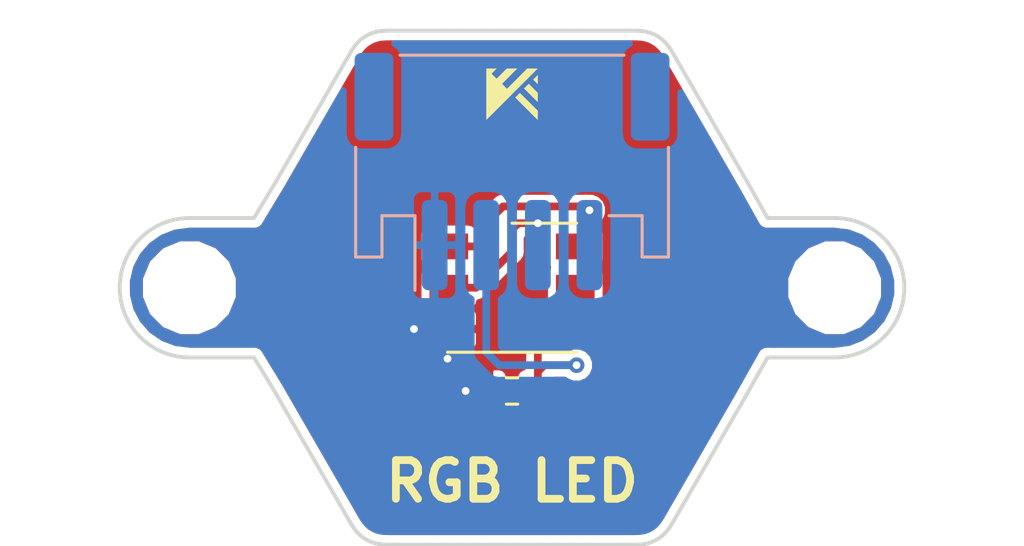
<source format=kicad_pcb>
(kicad_pcb (version 20171130) (host pcbnew 5.0.2-5.fc29)

  (general
    (thickness 1.6)
    (drawings 223)
    (tracks 33)
    (zones 0)
    (modules 6)
    (nets 7)
  )

  (page A4)
  (layers
    (0 F.Cu signal)
    (31 B.Cu signal)
    (32 B.Adhes user)
    (33 F.Adhes user)
    (34 B.Paste user)
    (35 F.Paste user)
    (36 B.SilkS user)
    (37 F.SilkS user)
    (38 B.Mask user)
    (39 F.Mask user)
    (40 Dwgs.User user)
    (41 Cmts.User user)
    (42 Eco1.User user)
    (43 Eco2.User user)
    (44 Edge.Cuts user)
    (45 Margin user)
    (46 B.CrtYd user)
    (47 F.CrtYd user)
    (48 B.Fab user)
    (49 F.Fab user)
  )

  (setup
    (last_trace_width 0.25)
    (user_trace_width 0.2)
    (user_trace_width 0.25)
    (user_trace_width 0.3)
    (user_trace_width 0.4)
    (trace_clearance 0.2)
    (zone_clearance 0.3)
    (zone_45_only no)
    (trace_min 0.2)
    (segment_width 0.2)
    (edge_width 0.15)
    (via_size 0.6)
    (via_drill 0.3)
    (via_min_size 0.6)
    (via_min_drill 0.3)
    (user_via 0.6 0.3)
    (uvia_size 0.3)
    (uvia_drill 0.1)
    (uvias_allowed no)
    (uvia_min_size 0.2)
    (uvia_min_drill 0.1)
    (pcb_text_width 0.3)
    (pcb_text_size 1.5 1.5)
    (mod_edge_width 0.15)
    (mod_text_size 1 1)
    (mod_text_width 0.15)
    (pad_size 1.524 1.524)
    (pad_drill 0.762)
    (pad_to_mask_clearance 0.2)
    (solder_mask_min_width 0.25)
    (aux_axis_origin 0 0)
    (visible_elements 7FFFFFFF)
    (pcbplotparams
      (layerselection 0x01000_7ffffffe)
      (usegerberextensions false)
      (usegerberattributes false)
      (usegerberadvancedattributes false)
      (creategerberjobfile false)
      (excludeedgelayer true)
      (linewidth 0.100000)
      (plotframeref false)
      (viasonmask false)
      (mode 1)
      (useauxorigin false)
      (hpglpennumber 1)
      (hpglpenspeed 20)
      (hpglpendiameter 15.000000)
      (psnegative false)
      (psa4output false)
      (plotreference true)
      (plotvalue true)
      (plotinvisibletext false)
      (padsonsilk false)
      (subtractmaskfromsilk false)
      (outputformat 3)
      (mirror false)
      (drillshape 0)
      (scaleselection 1)
      (outputdirectory "./"))
  )

  (net 0 "")
  (net 1 GND)
  (net 2 VCC)
  (net 3 "Net-(LED1-Pad5)")
  (net 4 "Net-(LED1-Pad6)")
  (net 5 "Net-(J1-Pad3)")
  (net 6 "Net-(J1-Pad4)")

  (net_class Default "This is the default net class."
    (clearance 0.2)
    (trace_width 0.25)
    (via_dia 0.6)
    (via_drill 0.3)
    (uvia_dia 0.3)
    (uvia_drill 0.1)
    (add_net GND)
    (add_net "Net-(J1-Pad3)")
    (add_net "Net-(J1-Pad4)")
    (add_net "Net-(LED1-Pad5)")
    (add_net "Net-(LED1-Pad6)")
    (add_net VCC)
  )

  (module MountingHole:MountingHole_3mm (layer F.Cu) (tedit 5C749101) (tstamp 5C74F512)
    (at 124 100)
    (descr "Mounting Hole 3mm, no annular")
    (tags "mounting hole 3mm no annular")
    (attr virtual)
    (fp_text reference REF** (at 0 -4) (layer F.SilkS) hide
      (effects (font (size 1 1) (thickness 0.15)))
    )
    (fp_text value MountingHole_3mm (at 0 4) (layer F.Fab)
      (effects (font (size 1 1) (thickness 0.15)))
    )
    (fp_text user %R (at 0.3 0) (layer F.Fab)
      (effects (font (size 1 1) (thickness 0.15)))
    )
    (fp_circle (center 0 0) (end 3 0) (layer Cmts.User) (width 0.15))
    (fp_circle (center 0 0) (end 3.25 0) (layer F.CrtYd) (width 0.05))
    (pad 1 np_thru_hole circle (at 0 0) (size 3 3) (drill 3) (layers *.Cu *.Mask))
  )

  (module Connector_JST:JST_PH_S4B-PH-SM4-TB_1x04-1MP_P2.00mm_Horizontal (layer B.Cu) (tedit 5C749113) (tstamp 5C74EBF8)
    (at 136.5 95.5)
    (descr "JST PH series connector, S4B-PH-SM4-TB (http://www.jst-mfg.com/product/pdf/eng/ePH.pdf), generated with kicad-footprint-generator")
    (tags "connector JST PH top entry")
    (path /5AC755DE)
    (attr smd)
    (fp_text reference J1 (at 0 5.8) (layer B.SilkS) hide
      (effects (font (size 1 1) (thickness 0.15)) (justify mirror))
    )
    (fp_text value Conn_01x04 (at 0 -5.8) (layer B.Fab)
      (effects (font (size 1 1) (thickness 0.15)) (justify mirror))
    )
    (fp_line (start -5.95 3.2) (end -5.15 3.2) (layer B.Fab) (width 0.1))
    (fp_line (start -5.15 3.2) (end -5.15 1.6) (layer B.Fab) (width 0.1))
    (fp_line (start -5.15 1.6) (end 5.15 1.6) (layer B.Fab) (width 0.1))
    (fp_line (start 5.15 1.6) (end 5.15 3.2) (layer B.Fab) (width 0.1))
    (fp_line (start 5.15 3.2) (end 5.95 3.2) (layer B.Fab) (width 0.1))
    (fp_line (start -6.06 -0.94) (end -6.06 3.31) (layer B.SilkS) (width 0.12))
    (fp_line (start -6.06 3.31) (end -5.04 3.31) (layer B.SilkS) (width 0.12))
    (fp_line (start -5.04 3.31) (end -5.04 1.71) (layer B.SilkS) (width 0.12))
    (fp_line (start -5.04 1.71) (end -3.76 1.71) (layer B.SilkS) (width 0.12))
    (fp_line (start -3.76 1.71) (end -3.76 4.6) (layer B.SilkS) (width 0.12))
    (fp_line (start 6.06 -0.94) (end 6.06 3.31) (layer B.SilkS) (width 0.12))
    (fp_line (start 6.06 3.31) (end 5.04 3.31) (layer B.SilkS) (width 0.12))
    (fp_line (start 5.04 3.31) (end 5.04 1.71) (layer B.SilkS) (width 0.12))
    (fp_line (start 5.04 1.71) (end 3.76 1.71) (layer B.SilkS) (width 0.12))
    (fp_line (start -4.34 -4.51) (end 4.34 -4.51) (layer B.SilkS) (width 0.12))
    (fp_line (start -5.95 -4.4) (end 5.95 -4.4) (layer B.Fab) (width 0.1))
    (fp_line (start -5.95 3.2) (end -5.95 -4.4) (layer B.Fab) (width 0.1))
    (fp_line (start 5.95 3.2) (end 5.95 -4.4) (layer B.Fab) (width 0.1))
    (fp_line (start -6.6 5.1) (end -6.6 -5.1) (layer B.CrtYd) (width 0.05))
    (fp_line (start -6.6 -5.1) (end 6.6 -5.1) (layer B.CrtYd) (width 0.05))
    (fp_line (start 6.6 -5.1) (end 6.6 5.1) (layer B.CrtYd) (width 0.05))
    (fp_line (start 6.6 5.1) (end -6.6 5.1) (layer B.CrtYd) (width 0.05))
    (fp_line (start -3.5 1.6) (end -3 0.892893) (layer B.Fab) (width 0.1))
    (fp_line (start -3 0.892893) (end -2.5 1.6) (layer B.Fab) (width 0.1))
    (fp_text user %R (at 0 -1.5) (layer B.Fab) hide
      (effects (font (size 1 1) (thickness 0.15)) (justify mirror))
    )
    (pad 1 smd roundrect (at -3 2.85) (size 1 3.5) (layers B.Cu B.Paste B.Mask) (roundrect_rratio 0.25)
      (net 1 GND))
    (pad 2 smd roundrect (at -1 2.85) (size 1 3.5) (layers B.Cu B.Paste B.Mask) (roundrect_rratio 0.25)
      (net 2 VCC))
    (pad 3 smd roundrect (at 1 2.85) (size 1 3.5) (layers B.Cu B.Paste B.Mask) (roundrect_rratio 0.25)
      (net 5 "Net-(J1-Pad3)"))
    (pad 4 smd roundrect (at 3 2.85) (size 1 3.5) (layers B.Cu B.Paste B.Mask) (roundrect_rratio 0.25)
      (net 6 "Net-(J1-Pad4)"))
    (pad MP smd roundrect (at -5.35 -2.9) (size 1.5 3.4) (layers B.Cu B.Paste B.Mask) (roundrect_rratio 0.166667))
    (pad MP smd roundrect (at 5.35 -2.9) (size 1.5 3.4) (layers B.Cu B.Paste B.Mask) (roundrect_rratio 0.166667))
    (model ${KISYS3DMOD}/Connector_JST.3dshapes/JST_PH_S4B-PH-SM4-TB_1x04-1MP_P2.00mm_Horizontal.wrl
      (at (xyz 0 0 0))
      (scale (xyz 1 1 1))
      (rotate (xyz 0 0 0))
    )
  )

  (module GiraffeTech-LED:SK9822 (layer F.Cu) (tedit 5AC74190) (tstamp 5AC80D62)
    (at 136.5 100 180)
    (path /5AC745AA)
    (fp_text reference LED1 (at 0 4 180) (layer F.SilkS) hide
      (effects (font (size 1 1) (thickness 0.15)))
    )
    (fp_text value SK9822 (at 0 -4 180) (layer F.Fab)
      (effects (font (size 1 1) (thickness 0.15)))
    )
    (fp_line (start -2.5 2.5) (end 0 2.5) (layer F.SilkS) (width 0.12))
    (fp_line (start -2.5 -2.5) (end 2.5 -2.5) (layer F.SilkS) (width 0.12))
    (fp_line (start -3.5 3) (end -3.5 -3) (layer F.CrtYd) (width 0.05))
    (fp_line (start 3.5 3) (end -3.5 3) (layer F.CrtYd) (width 0.05))
    (fp_line (start 3.5 -3) (end 3.5 3) (layer F.CrtYd) (width 0.05))
    (fp_line (start -3.5 -3) (end 3.5 -3) (layer F.CrtYd) (width 0.05))
    (fp_line (start -2.5 2.5) (end -2.5 -2.5) (layer F.Fab) (width 0.1))
    (fp_line (start 1 2.5) (end -2.5 2.5) (layer F.Fab) (width 0.1))
    (fp_line (start 2.5 0.5) (end 1 2.5) (layer F.Fab) (width 0.1))
    (fp_line (start 2.5 -2.5) (end 2.5 0.5) (layer F.Fab) (width 0.1))
    (fp_line (start -2.5 -2.5) (end 2.5 -2.5) (layer F.Fab) (width 0.1))
    (pad 4 smd rect (at -2.45 -1.6 180) (size 1.5 1) (layers F.Cu F.Paste F.Mask)
      (net 2 VCC))
    (pad 5 smd rect (at -2.45 0 180) (size 1.5 1) (layers F.Cu F.Paste F.Mask)
      (net 3 "Net-(LED1-Pad5)"))
    (pad 6 smd rect (at -2.45 1.6 180) (size 1.5 1) (layers F.Cu F.Paste F.Mask)
      (net 4 "Net-(LED1-Pad6)"))
    (pad 3 smd rect (at 2.45 -1.6 180) (size 1.5 1) (layers F.Cu F.Paste F.Mask)
      (net 1 GND))
    (pad 1 smd rect (at 2.45 1.6 180) (size 1.5 1) (layers F.Cu F.Paste F.Mask)
      (net 6 "Net-(J1-Pad4)"))
    (pad 2 smd rect (at 2.45 0 180) (size 1.5 1) (layers F.Cu F.Paste F.Mask)
      (net 5 "Net-(J1-Pad3)"))
  )

  (module Capacitor_SMD:C_0603_1608Metric (layer F.Cu) (tedit 5AC73ECA) (tstamp 5AC80DA4)
    (at 136.5 104 180)
    (descr "Capacitor SMD 0603 (1608 Metric), square (rectangular) end terminal, IPC_7351 nominal, (Body size source: http://www.tortai-tech.com/upload/download/2011102023233369053.pdf), generated with kicad-footprint-generator")
    (tags capacitor)
    (path /5AC754E1)
    (attr smd)
    (fp_text reference C1 (at 0 -1.65 180) (layer F.SilkS) hide
      (effects (font (size 1 1) (thickness 0.15)))
    )
    (fp_text value 1uF (at 0 1.65 180) (layer F.Fab)
      (effects (font (size 1 1) (thickness 0.15)))
    )
    (fp_line (start -0.8 0.4) (end -0.8 -0.4) (layer F.Fab) (width 0.1))
    (fp_line (start -0.8 -0.4) (end 0.8 -0.4) (layer F.Fab) (width 0.1))
    (fp_line (start 0.8 -0.4) (end 0.8 0.4) (layer F.Fab) (width 0.1))
    (fp_line (start 0.8 0.4) (end -0.8 0.4) (layer F.Fab) (width 0.1))
    (fp_line (start -0.22 -0.51) (end 0.22 -0.51) (layer F.SilkS) (width 0.12))
    (fp_line (start -0.22 0.51) (end 0.22 0.51) (layer F.SilkS) (width 0.12))
    (fp_line (start -1.46 0.75) (end -1.46 -0.75) (layer F.CrtYd) (width 0.05))
    (fp_line (start -1.46 -0.75) (end 1.46 -0.75) (layer F.CrtYd) (width 0.05))
    (fp_line (start 1.46 -0.75) (end 1.46 0.75) (layer F.CrtYd) (width 0.05))
    (fp_line (start 1.46 0.75) (end -1.46 0.75) (layer F.CrtYd) (width 0.05))
    (fp_text user %R (at 0 0 180) (layer F.Fab)
      (effects (font (size 0.5 0.5) (thickness 0.08)))
    )
    (pad 1 smd rect (at -0.875 0 180) (size 0.67 1) (layers F.Cu F.Paste F.Mask)
      (net 2 VCC))
    (pad 2 smd rect (at 0.875 0 180) (size 0.67 1) (layers F.Cu F.Paste F.Mask)
      (net 1 GND))
    (model ${KISYS3DMOD}/Capacitor_SMD.3dshapes/C_0603_1608Metric.wrl
      (at (xyz 0 0 0))
      (scale (xyz 1 1 1))
      (rotate (xyz 0 0 0))
    )
  )

  (module GiraffeTech-Utility:MakerPlayground_logo_2x2mm (layer F.Cu) (tedit 0) (tstamp 5C74F0B5)
    (at 136.5 92.5)
    (fp_text reference G*** (at 0 0) (layer F.SilkS) hide
      (effects (font (size 1.524 1.524) (thickness 0.3)))
    )
    (fp_text value LOGO (at 0.75 0) (layer F.SilkS) hide
      (effects (font (size 1.524 1.524) (thickness 0.3)))
    )
    (fp_poly (pts (xy 0.992188 -0.564543) (xy 0.992164 -0.528929) (xy 0.992097 -0.495895) (xy 0.991991 -0.466261)
      (xy 0.991852 -0.440843) (xy 0.991684 -0.420459) (xy 0.991492 -0.405926) (xy 0.991282 -0.398062)
      (xy 0.99116 -0.396875) (xy 0.988207 -0.399571) (xy 0.980351 -0.407199) (xy 0.968291 -0.419067)
      (xy 0.952725 -0.434484) (xy 0.934354 -0.452758) (xy 0.913876 -0.4732) (xy 0.906847 -0.480231)
      (xy 0.823563 -0.563586) (xy 0.907875 -0.647899) (xy 0.992188 -0.732211) (xy 0.992188 -0.564543)) (layer F.SilkS) (width 0.01))
    (fp_poly (pts (xy 0.992272 -0.049513) (xy 0.991238 0.124084) (xy 0.990203 0.297682) (xy 0.731231 0.038685)
      (xy 0.472259 -0.220311) (xy 0.559597 -0.307581) (xy 0.646934 -0.394851) (xy 0.992272 -0.049513)) (layer F.SilkS) (width 0.01))
    (fp_poly (pts (xy 0.306845 -0.036934) (xy 0.315366 -0.028902) (xy 0.328804 -0.015931) (xy 0.346812 0.001638)
      (xy 0.369045 0.023463) (xy 0.39516 0.049204) (xy 0.424812 0.078521) (xy 0.457655 0.111071)
      (xy 0.493344 0.146515) (xy 0.531535 0.184511) (xy 0.571883 0.224719) (xy 0.614044 0.266798)
      (xy 0.649934 0.302669) (xy 0.992273 0.645025) (xy 0.990203 0.990203) (xy 0.559594 0.560703)
      (xy 0.128984 0.131202) (xy 0.214278 0.045757) (xy 0.235683 0.024442) (xy 0.255382 0.005068)
      (xy 0.272657 -0.011676) (xy 0.28679 -0.025103) (xy 0.297063 -0.034528) (xy 0.302757 -0.039261)
      (xy 0.303583 -0.039687) (xy 0.306845 -0.036934)) (layer F.SilkS) (width 0.01))
    (fp_poly (pts (xy 0.790777 -0.991434) (xy 0.988227 -0.990203) (xy -0.992187 0.990197) (xy -0.992187 -0.992187)
      (xy -0.601395 -0.992187) (xy -0.646963 -0.945555) (xy -0.665935 -0.926151) (xy -0.688266 -0.903332)
      (xy -0.711752 -0.879346) (xy -0.734194 -0.856442) (xy -0.745114 -0.845303) (xy -0.797697 -0.791685)
      (xy -0.698482 -0.692529) (xy -0.599266 -0.593373) (xy -0.399829 -0.79278) (xy -0.200393 -0.992187)
      (xy 0.195473 -0.992187) (xy -0.099139 -0.695955) (xy -0.39375 -0.399723) (xy -0.194618 -0.200591)
      (xy 0.199355 -0.596628) (xy 0.593328 -0.992663) (xy 0.790777 -0.991434)) (layer F.SilkS) (width 0.01))
  )

  (module MountingHole:MountingHole_3mm (layer F.Cu) (tedit 5C749104) (tstamp 5C74F501)
    (at 149 100)
    (descr "Mounting Hole 3mm, no annular")
    (tags "mounting hole 3mm no annular")
    (attr virtual)
    (fp_text reference REF** (at 0 -4) (layer F.SilkS) hide
      (effects (font (size 1 1) (thickness 0.15)))
    )
    (fp_text value MountingHole_3mm (at 0 4) (layer F.Fab)
      (effects (font (size 1 1) (thickness 0.15)))
    )
    (fp_circle (center 0 0) (end 3.25 0) (layer F.CrtYd) (width 0.05))
    (fp_circle (center 0 0) (end 3 0) (layer Cmts.User) (width 0.15))
    (fp_text user %R (at 0.3 0) (layer F.Fab)
      (effects (font (size 1 1) (thickness 0.15)))
    )
    (pad 1 np_thru_hole circle (at 0 0) (size 3 3) (drill 3) (layers *.Cu *.Mask))
  )

  (gr_line (start 149 102.7) (end 146.4 102.7) (layer Edge.Cuts) (width 0.15))
  (gr_line (start 149 97.3) (end 146.4 97.3) (layer Edge.Cuts) (width 0.15))
  (gr_arc (start 149 100) (end 149 102.7) (angle -180) (layer Edge.Cuts) (width 0.15))
  (gr_line (start 124 102.7) (end 126.5 102.7) (layer Edge.Cuts) (width 0.15))
  (gr_line (start 124 97.3) (end 126.5 97.3) (layer Edge.Cuts) (width 0.15))
  (gr_arc (start 124 100) (end 124 97.3) (angle -180) (layer Edge.Cuts) (width 0.15))
  (gr_line (start 141.148281 109.957311) (end 141.187387 109.957311) (layer Edge.Cuts) (width 0.15))
  (gr_line (start 142.177159 109.713994) (end 142.246358 109.666243) (layer Edge.Cuts) (width 0.15))
  (gr_line (start 141.231966 109.957253) (end 141.285142 109.956696) (layer Edge.Cuts) (width 0.15))
  (gr_line (start 140.518393 109.957311) (end 140.753805 109.957311) (layer Edge.Cuts) (width 0.15))
  (gr_line (start 142.433557 109.50151) (end 142.488052 109.440873) (layer Edge.Cuts) (width 0.15))
  (gr_line (start 142.37494 109.559757) (end 142.433557 109.50151) (layer Edge.Cuts) (width 0.15))
  (gr_line (start 142.312414 109.614756) (end 142.37494 109.559757) (layer Edge.Cuts) (width 0.15))
  (gr_line (start 141.717771 109.909578) (end 141.797611 109.888879) (layer Edge.Cuts) (width 0.15))
  (gr_line (start 142.246358 109.666243) (end 142.312414 109.614756) (layer Edge.Cuts) (width 0.15))
  (gr_line (start 142.105206 109.757787) (end 142.177159 109.713994) (layer Edge.Cuts) (width 0.15))
  (gr_line (start 140.919044 109.957311) (end 141.029565 109.957311) (layer Edge.Cuts) (width 0.15))
  (gr_line (start 142.030887 109.797395) (end 142.105206 109.757787) (layer Edge.Cuts) (width 0.15))
  (gr_line (start 141.345725 109.955046) (end 141.412516 109.951708) (layer Edge.Cuts) (width 0.15))
  (gr_line (start 141.285142 109.956696) (end 141.345725 109.955046) (layer Edge.Cuts) (width 0.15))
  (gr_line (start 139.775227 109.957311) (end 140.197352 109.957311) (layer Edge.Cuts) (width 0.15))
  (gr_line (start 141.954589 109.832596) (end 142.030887 109.797395) (layer Edge.Cuts) (width 0.15))
  (gr_line (start 140.197352 109.957311) (end 140.518393 109.957311) (layer Edge.Cuts) (width 0.15))
  (gr_line (start 139.237723 109.957311) (end 139.775227 109.957311) (layer Edge.Cuts) (width 0.15))
  (gr_line (start 141.638143 109.925616) (end 141.717771 109.909578) (layer Edge.Cuts) (width 0.15))
  (gr_line (start 141.559925 109.937588) (end 141.638143 109.925616) (layer Edge.Cuts) (width 0.15))
  (gr_line (start 141.484316 109.946086) (end 141.559925 109.937588) (layer Edge.Cuts) (width 0.15))
  (gr_line (start 141.187387 109.957311) (end 141.231966 109.957253) (layer Edge.Cuts) (width 0.15))
  (gr_line (start 141.100826 109.957311) (end 141.148281 109.957311) (layer Edge.Cuts) (width 0.15))
  (gr_line (start 140.753805 109.957311) (end 140.919044 109.957311) (layer Edge.Cuts) (width 0.15))
  (gr_line (start 141.876701 109.863165) (end 141.954589 109.832596) (layer Edge.Cuts) (width 0.15))
  (gr_line (start 141.797611 109.888879) (end 141.876701 109.863165) (layer Edge.Cuts) (width 0.15))
  (gr_line (start 141.029565 109.957311) (end 141.100826 109.957311) (layer Edge.Cuts) (width 0.15))
  (gr_line (start 141.412516 109.951708) (end 141.484316 109.946086) (layer Edge.Cuts) (width 0.15))
  (gr_line (start 131.284589 109.918788) (end 131.363604 109.932555) (layer Edge.Cuts) (width 0.15))
  (gr_line (start 129.963691 108.63068) (end 130.055031 108.788886) (layer Edge.Cuts) (width 0.15))
  (gr_line (start 132.976501 109.957311) (end 133.459698 109.957311) (layer Edge.Cuts) (width 0.15))
  (gr_line (start 131.440561 109.942575) (end 131.51426 109.949444) (layer Edge.Cuts) (width 0.15))
  (gr_line (start 130.399221 109.350831) (end 130.447539 109.412575) (layer Edge.Cuts) (width 0.15))
  (gr_line (start 129.435707 107.716186) (end 129.661757 108.107715) (layer Edge.Cuts) (width 0.15))
  (gr_line (start 132.322961 109.957311) (end 132.602739 109.957311) (layer Edge.Cuts) (width 0.15))
  (gr_line (start 130.617614 109.589908) (end 130.682096 109.643037) (layer Edge.Cuts) (width 0.15))
  (gr_line (start 131.703814 109.957095) (end 131.752485 109.957309) (layer Edge.Cuts) (width 0.15))
  (gr_line (start 131.647086 109.95611) (end 131.703814 109.957095) (layer Edge.Cuts) (width 0.15))
  (gr_line (start 130.157098 108.965671) (end 130.18328 109.01102) (layer Edge.Cuts) (width 0.15))
  (gr_line (start 130.18328 109.01102) (end 130.203199 109.045521) (layer Edge.Cuts) (width 0.15))
  (gr_line (start 131.363604 109.932555) (end 131.440561 109.942575) (layer Edge.Cuts) (width 0.15))
  (gr_line (start 130.682096 109.643037) (end 130.749898 109.692533) (layer Edge.Cuts) (width 0.15))
  (gr_line (start 131.125142 109.877682) (end 131.204716 109.900682) (layer Edge.Cuts) (width 0.15))
  (gr_line (start 130.224344 109.08211) (end 130.250141 109.126067) (layer Edge.Cuts) (width 0.15))
  (gr_line (start 129.151259 107.223508) (end 129.435707 107.716186) (layer Edge.Cuts) (width 0.15))
  (gr_line (start 130.203199 109.045521) (end 130.224344 109.08211) (layer Edge.Cuts) (width 0.15))
  (gr_line (start 137.86841 109.957311) (end 138.592795 109.957311) (layer Edge.Cuts) (width 0.15))
  (gr_line (start 137.09325 109.957311) (end 137.86841 109.957311) (layer Edge.Cuts) (width 0.15))
  (gr_line (start 131.983531 109.957311) (end 132.12171 109.957311) (layer Edge.Cuts) (width 0.15))
  (gr_line (start 130.500108 109.473867) (end 130.556842 109.533372) (layer Edge.Cuts) (width 0.15))
  (gr_line (start 132.602739 109.957311) (end 132.976501 109.957311) (layer Edge.Cuts) (width 0.15))
  (gr_line (start 131.892967 109.957311) (end 131.983531 109.957311) (layer Edge.Cuts) (width 0.15))
  (gr_line (start 130.315673 109.231334) (end 130.355237 109.289972) (layer Edge.Cuts) (width 0.15))
  (gr_line (start 136.295998 109.957311) (end 137.09325 109.957311) (layer Edge.Cuts) (width 0.15))
  (gr_line (start 131.752485 109.957309) (end 131.792864 109.957311) (layer Edge.Cuts) (width 0.15))
  (gr_line (start 130.820633 109.738172) (end 130.893913 109.779731) (layer Edge.Cuts) (width 0.15))
  (gr_line (start 130.447539 109.412575) (end 130.500108 109.473867) (layer Edge.Cuts) (width 0.15))
  (gr_line (start 130.055031 108.788886) (end 130.116924 108.896088) (layer Edge.Cuts) (width 0.15))
  (gr_line (start 131.046556 109.849709) (end 131.125142 109.877682) (layer Edge.Cuts) (width 0.15))
  (gr_line (start 130.96935 109.816984) (end 131.046556 109.849709) (layer Edge.Cuts) (width 0.15))
  (gr_line (start 126.5 102.7) (end 127.263062 103.95306) (layer Edge.Cuts) (width 0.15))
  (gr_line (start 130.250141 109.126067) (end 130.280613 109.176254) (layer Edge.Cuts) (width 0.15))
  (gr_line (start 129.661757 108.107715) (end 129.835176 108.408085) (layer Edge.Cuts) (width 0.15))
  (gr_line (start 128.446173 106.002266) (end 128.816642 106.643936) (layer Edge.Cuts) (width 0.15))
  (gr_line (start 128.816642 106.643936) (end 129.151259 107.223508) (layer Edge.Cuts) (width 0.15))
  (gr_line (start 134.749943 109.957311) (end 135.505335 109.957311) (layer Edge.Cuts) (width 0.15))
  (gr_line (start 132.12171 109.957311) (end 132.322961 109.957311) (layer Edge.Cuts) (width 0.15))
  (gr_line (start 133.459698 109.957311) (end 134.058503 109.957311) (layer Edge.Cuts) (width 0.15))
  (gr_line (start 131.51426 109.949444) (end 131.583502 109.953758) (layer Edge.Cuts) (width 0.15))
  (gr_line (start 131.792864 109.957311) (end 131.834564 109.957311) (layer Edge.Cuts) (width 0.15))
  (gr_line (start 130.355237 109.289972) (end 130.399221 109.350831) (layer Edge.Cuts) (width 0.15))
  (gr_line (start 128.054193 105.323337) (end 128.446173 106.002266) (layer Edge.Cuts) (width 0.15))
  (gr_line (start 130.893913 109.779731) (end 130.96935 109.816984) (layer Edge.Cuts) (width 0.15))
  (gr_line (start 130.556842 109.533372) (end 130.617614 109.589908) (layer Edge.Cuts) (width 0.15))
  (gr_line (start 127.263062 103.95306) (end 127.655042 104.631989) (layer Edge.Cuts) (width 0.15))
  (gr_line (start 130.280613 109.176254) (end 130.315673 109.231334) (layer Edge.Cuts) (width 0.15))
  (gr_line (start 131.583502 109.953758) (end 131.647086 109.95611) (layer Edge.Cuts) (width 0.15))
  (gr_line (start 130.116924 108.896088) (end 130.157098 108.965671) (layer Edge.Cuts) (width 0.15))
  (gr_line (start 129.835176 108.408085) (end 129.963691 108.63068) (layer Edge.Cuts) (width 0.15))
  (gr_line (start 138.592795 109.957311) (end 139.237723 109.957311) (layer Edge.Cuts) (width 0.15))
  (gr_line (start 127.655042 104.631989) (end 128.054193 105.323337) (layer Edge.Cuts) (width 0.15))
  (gr_line (start 135.505335 109.957311) (end 136.295998 109.957311) (layer Edge.Cuts) (width 0.15))
  (gr_line (start 131.834564 109.957311) (end 131.892967 109.957311) (layer Edge.Cuts) (width 0.15))
  (gr_line (start 131.204716 109.900682) (end 131.284589 109.918788) (layer Edge.Cuts) (width 0.15))
  (gr_line (start 130.749898 109.692533) (end 130.820633 109.738172) (layer Edge.Cuts) (width 0.15))
  (gr_line (start 134.058503 109.957311) (end 134.749943 109.957311) (layer Edge.Cuts) (width 0.15))
  (gr_line (start 141.819083 90.113625) (end 141.739379 90.091579) (layer Edge.Cuts) (width 0.15))
  (gr_line (start 136.51202 90.038738) (end 135.716747 90.038738) (layer Edge.Cuts) (width 0.15))
  (gr_line (start 137.306129 90.038738) (end 136.51202 90.038738) (layer Edge.Cuts) (width 0.15))
  (gr_line (start 138.776133 90.038738) (end 138.070394 90.038738) (layer Edge.Cuts) (width 0.15))
  (gr_line (start 141.580858 90.061329) (end 141.504425 90.051951) (layer Edge.Cuts) (width 0.15))
  (gr_line (start 141.659576 90.07434) (end 141.580858 90.061329) (layer Edge.Cuts) (width 0.15))
  (gr_line (start 142.730371 90.906142) (end 142.703681 90.860904) (layer Edge.Cuts) (width 0.15))
  (gr_line (start 142.19615 90.294567) (end 142.124903 90.249685) (layer Edge.Cuts) (width 0.15))
  (gr_line (start 142.703681 90.860904) (end 142.672333 90.809689) (layer Edge.Cuts) (width 0.15))
  (gr_line (start 141.975383 90.172513) (end 141.897887 90.140671) (layer Edge.Cuts) (width 0.15))
  (gr_line (start 142.752337 90.944101) (end 142.730371 90.906142) (layer Edge.Cuts) (width 0.15))
  (gr_line (start 140.804738 90.038738) (end 140.589816 90.038738) (layer Edge.Cuts) (width 0.15))
  (gr_line (start 141.159028 90.038738) (end 141.115354 90.038738) (layer Edge.Cuts) (width 0.15))
  (gr_line (start 142.636412 90.753833) (end 142.596004 90.694672) (layer Edge.Cuts) (width 0.15))
  (gr_line (start 141.300835 90.039667) (end 141.245539 90.038873) (layer Edge.Cuts) (width 0.15))
  (gr_line (start 141.897887 90.140671) (end 141.819083 90.113625) (layer Edge.Cuts) (width 0.15))
  (gr_line (start 142.391182 90.451713) (end 142.329677 90.395805) (layer Edge.Cuts) (width 0.15))
  (gr_line (start 141.198527 90.038738) (end 141.159028 90.038738) (layer Edge.Cuts) (width 0.15))
  (gr_line (start 142.264537 90.343349) (end 142.19615 90.294567) (layer Edge.Cuts) (width 0.15))
  (gr_line (start 142.124903 90.249685) (end 142.051184 90.208925) (layer Edge.Cuts) (width 0.15))
  (gr_line (start 141.739379 90.091579) (end 141.659576 90.07434) (layer Edge.Cuts) (width 0.15))
  (gr_line (start 142.796346 91.020326) (end 142.771941 90.978056) (layer Edge.Cuts) (width 0.15))
  (gr_line (start 142.329677 90.395805) (end 142.264537 90.343349) (layer Edge.Cuts) (width 0.15))
  (gr_line (start 142.502061 90.571784) (end 142.448696 90.510728) (layer Edge.Cuts) (width 0.15))
  (gr_line (start 138.070394 90.038738) (end 137.306129 90.038738) (layer Edge.Cuts) (width 0.15))
  (gr_line (start 142.833281 91.084298) (end 142.796346 91.020326) (layer Edge.Cuts) (width 0.15))
  (gr_line (start 139.394663 90.038738) (end 138.776133 90.038738) (layer Edge.Cuts) (width 0.15))
  (gr_line (start 142.051184 90.208925) (end 141.975383 90.172513) (layer Edge.Cuts) (width 0.15))
  (gr_line (start 142.448696 90.510728) (end 142.391182 90.451713) (layer Edge.Cuts) (width 0.15))
  (gr_line (start 142.551192 90.633544) (end 142.502061 90.571784) (layer Edge.Cuts) (width 0.15))
  (gr_line (start 141.431478 90.045611) (end 141.363214 90.041715) (layer Edge.Cuts) (width 0.15))
  (gr_line (start 140.953665 90.038738) (end 140.804738 90.038738) (layer Edge.Cuts) (width 0.15))
  (gr_line (start 141.115354 90.038738) (end 141.052051 90.038738) (layer Edge.Cuts) (width 0.15))
  (gr_line (start 141.504425 90.051951) (end 141.431478 90.045611) (layer Edge.Cuts) (width 0.15))
  (gr_line (start 140.293443 90.038738) (end 139.900162 90.038738) (layer Edge.Cuts) (width 0.15))
  (gr_line (start 141.363214 90.041715) (end 141.300835 90.039667) (layer Edge.Cuts) (width 0.15))
  (gr_line (start 142.890472 91.183356) (end 142.833281 91.084298) (layer Edge.Cuts) (width 0.15))
  (gr_line (start 134.948994 90.038738) (end 134.237441 90.038738) (layer Edge.Cuts) (width 0.15))
  (gr_line (start 142.672333 90.809689) (end 142.636412 90.753833) (layer Edge.Cuts) (width 0.15))
  (gr_line (start 135.716747 90.038738) (end 134.948994 90.038738) (layer Edge.Cuts) (width 0.15))
  (gr_line (start 141.052051 90.038738) (end 140.953665 90.038738) (layer Edge.Cuts) (width 0.15))
  (gr_line (start 141.245539 90.038873) (end 141.198527 90.038738) (layer Edge.Cuts) (width 0.15))
  (gr_line (start 139.900162 90.038738) (end 139.394663 90.038738) (layer Edge.Cuts) (width 0.15))
  (gr_line (start 142.596004 90.694672) (end 142.551192 90.633544) (layer Edge.Cuts) (width 0.15))
  (gr_line (start 140.589816 90.038738) (end 140.293443 90.038738) (layer Edge.Cuts) (width 0.15))
  (gr_line (start 142.771941 90.978056) (end 142.752337 90.944101) (layer Edge.Cuts) (width 0.15))
  (gr_line (start 131.717813 90.038846) (end 131.663144 90.039564) (layer Edge.Cuts) (width 0.15))
  (gr_line (start 130.411856 90.628542) (end 130.366692 90.689771) (layer Edge.Cuts) (width 0.15))
  (gr_line (start 133.095659 90.038738) (end 132.693843 90.038738) (layer Edge.Cuts) (width 0.15))
  (gr_line (start 130.840204 90.246223) (end 130.768743 90.29078) (layer Edge.Cuts) (width 0.15))
  (gr_line (start 131.22632 90.09001) (end 131.146568 90.111649) (layer Edge.Cuts) (width 0.15))
  (gr_line (start 129.874015 91.520673) (end 129.713494 91.798704) (layer Edge.Cuts) (width 0.15))
  (gr_line (start 130.700109 90.339254) (end 130.634692 90.391421) (layer Edge.Cuts) (width 0.15))
  (gr_line (start 131.764101 90.038738) (end 131.717813 90.038846) (layer Edge.Cuts) (width 0.15))
  (gr_line (start 131.146568 90.111649) (end 131.067675 90.138297) (layer Edge.Cuts) (width 0.15))
  (gr_line (start 131.460851 90.051332) (end 131.384656 90.060441) (layer Edge.Cuts) (width 0.15))
  (gr_line (start 130.325925 90.749141) (end 130.289639 90.805315) (layer Edge.Cuts) (width 0.15))
  (gr_line (start 131.913627 90.038738) (end 131.848056 90.038738) (layer Edge.Cuts) (width 0.15))
  (gr_line (start 130.188958 90.975172) (end 130.165231 91.01627) (layer Edge.Cuts) (width 0.15))
  (gr_line (start 129.233678 92.62977) (end 128.911213 93.188296) (layer Edge.Cuts) (width 0.15))
  (gr_line (start 129.502431 92.164276) (end 129.233678 92.62977) (layer Edge.Cuts) (width 0.15))
  (gr_line (start 130.572879 90.447057) (end 130.515034 90.505849) (layer Edge.Cuts) (width 0.15))
  (gr_line (start 131.384656 90.060441) (end 131.306079 90.073136) (layer Edge.Cuts) (width 0.15))
  (gr_line (start 132.390188 90.038738) (end 132.169237 90.038738) (layer Edge.Cuts) (width 0.15))
  (gr_line (start 131.306079 90.073136) (end 131.22632 90.09001) (layer Edge.Cuts) (width 0.15))
  (gr_line (start 127.762812 95.177387) (end 127.36748 95.862124) (layer Edge.Cuts) (width 0.15))
  (gr_line (start 128.161439 94.486944) (end 127.762812 95.177387) (layer Edge.Cuts) (width 0.15))
  (gr_line (start 128.54902 93.815634) (end 128.161439 94.486944) (layer Edge.Cuts) (width 0.15))
  (gr_line (start 128.911213 93.188296) (end 128.54902 93.815634) (layer Edge.Cuts) (width 0.15))
  (gr_line (start 129.713494 91.798704) (end 129.502431 92.164276) (layer Edge.Cuts) (width 0.15))
  (gr_line (start 131.663144 90.039564) (end 131.601294 90.041488) (layer Edge.Cuts) (width 0.15))
  (gr_line (start 130.129601 91.077983) (end 130.07434 91.173698) (layer Edge.Cuts) (width 0.15))
  (gr_line (start 130.208511 90.941306) (end 130.188958 90.975172) (layer Edge.Cuts) (width 0.15))
  (gr_line (start 130.515034 90.505849) (end 130.461332 90.566789) (layer Edge.Cuts) (width 0.15))
  (gr_line (start 131.803366 90.038738) (end 131.764101 90.038738) (layer Edge.Cuts) (width 0.15))
  (gr_line (start 130.366692 90.689771) (end 130.325925 90.749141) (layer Edge.Cuts) (width 0.15))
  (gr_line (start 130.461332 90.566789) (end 130.411856 90.628542) (layer Edge.Cuts) (width 0.15))
  (gr_line (start 132.015536 90.038738) (end 131.913627 90.038738) (layer Edge.Cuts) (width 0.15))
  (gr_line (start 131.848056 90.038738) (end 131.803366 90.038738) (layer Edge.Cuts) (width 0.15))
  (gr_line (start 130.768743 90.29078) (end 130.700109 90.339254) (layer Edge.Cuts) (width 0.15))
  (gr_line (start 130.914105 90.205808) (end 130.840204 90.246223) (layer Edge.Cuts) (width 0.15))
  (gr_line (start 132.169237 90.038738) (end 132.015536 90.038738) (layer Edge.Cuts) (width 0.15))
  (gr_line (start 131.067675 90.138297) (end 130.990058 90.169758) (layer Edge.Cuts) (width 0.15))
  (gr_line (start 131.533464 90.045212) (end 131.460851 90.051332) (layer Edge.Cuts) (width 0.15))
  (gr_line (start 132.693843 90.038738) (end 132.390188 90.038738) (layer Edge.Cuts) (width 0.15))
  (gr_line (start 130.23085 90.902728) (end 130.208511 90.941306) (layer Edge.Cuts) (width 0.15))
  (gr_line (start 130.289639 90.805315) (end 130.25792 90.856956) (layer Edge.Cuts) (width 0.15))
  (gr_line (start 134.237441 90.038738) (end 133.610772 90.038738) (layer Edge.Cuts) (width 0.15))
  (gr_line (start 130.634692 90.391421) (end 130.572879 90.447057) (layer Edge.Cuts) (width 0.15))
  (gr_line (start 130.990058 90.169758) (end 130.914105 90.205808) (layer Edge.Cuts) (width 0.15))
  (gr_line (start 129.991721 91.3168) (end 129.874015 91.520673) (layer Edge.Cuts) (width 0.15))
  (gr_line (start 133.610772 90.038738) (end 133.095659 90.038738) (layer Edge.Cuts) (width 0.15))
  (gr_line (start 130.07434 91.173698) (end 129.991721 91.3168) (layer Edge.Cuts) (width 0.15))
  (gr_line (start 130.165231 91.01627) (end 130.129601 91.077983) (layer Edge.Cuts) (width 0.15))
  (gr_line (start 131.601294 90.041488) (end 131.533464 90.045212) (layer Edge.Cuts) (width 0.15))
  (gr_line (start 127.36748 95.862124) (end 126.5 97.3) (layer Edge.Cuts) (width 0.15))
  (gr_line (start 130.25792 90.856956) (end 130.23085 90.902728) (layer Edge.Cuts) (width 0.15))
  (gr_line (start 145.228783 95.233453) (end 144.82989 94.542547) (layer Edge.Cuts) (width 0.15))
  (gr_line (start 145.623218 95.916638) (end 145.228783 95.233453) (layer Edge.Cuts) (width 0.15))
  (gr_line (start 142.975648 91.330887) (end 142.890472 91.183356) (layer Edge.Cuts) (width 0.15))
  (gr_line (start 143.096538 91.540274) (end 142.975648 91.330887) (layer Edge.Cuts) (width 0.15))
  (gr_line (start 143.260868 91.824904) (end 143.096538 91.540274) (layer Edge.Cuts) (width 0.15))
  (gr_line (start 143.476366 92.198161) (end 143.260868 91.824904) (layer Edge.Cuts) (width 0.15))
  (gr_line (start 143.749879 92.6719) (end 143.476366 92.198161) (layer Edge.Cuts) (width 0.15))
  (gr_line (start 144.076097 93.236932) (end 143.749879 92.6719) (layer Edge.Cuts) (width 0.15))
  (gr_line (start 144.440882 93.86876) (end 144.076097 93.236932) (layer Edge.Cuts) (width 0.15))
  (gr_line (start 146.4 97.3) (end 145.623218 95.916638) (layer Edge.Cuts) (width 0.15))
  (gr_line (start 144.82989 94.542547) (end 144.440882 93.86876) (layer Edge.Cuts) (width 0.15))
  (gr_line (start 144.72318 105.63832) (end 145.120815 104.949593) (layer Edge.Cuts) (width 0.15))
  (gr_line (start 145.120815 104.949593) (end 145.517869 104.261874) (layer Edge.Cuts) (width 0.15))
  (gr_line (start 142.584323 109.31774) (end 142.62593 109.257915) (layer Edge.Cuts) (width 0.15))
  (gr_line (start 142.663072 109.201034) (end 142.695664 109.148433) (layer Edge.Cuts) (width 0.15))
  (gr_line (start 143.211731 108.256234) (end 143.412638 107.908251) (layer Edge.Cuts) (width 0.15))
  (gr_line (start 142.746859 109.061415) (end 142.766492 109.027411) (layer Edge.Cuts) (width 0.15))
  (gr_line (start 142.62593 109.257915) (end 142.663072 109.201034) (layer Edge.Cuts) (width 0.15))
  (gr_line (start 142.766492 109.027411) (end 142.788837 108.988708) (layer Edge.Cuts) (width 0.15))
  (gr_line (start 143.059904 108.519207) (end 143.211731 108.256234) (layer Edge.Cuts) (width 0.15))
  (gr_line (start 143.983528 106.919438) (end 144.339304 106.303215) (layer Edge.Cuts) (width 0.15))
  (gr_line (start 142.488052 109.440873) (end 142.538335 109.379171) (layer Edge.Cuts) (width 0.15))
  (gr_line (start 142.695664 109.148433) (end 142.723621 109.101448) (layer Edge.Cuts) (width 0.15))
  (gr_line (start 145.517869 104.261874) (end 146.4 102.7) (layer Edge.Cuts) (width 0.15))
  (gr_line (start 142.723621 109.101448) (end 142.746859 109.061415) (layer Edge.Cuts) (width 0.15))
  (gr_line (start 142.872578 108.843666) (end 142.949429 108.710556) (layer Edge.Cuts) (width 0.15))
  (gr_line (start 142.949429 108.710556) (end 143.059904 108.519207) (layer Edge.Cuts) (width 0.15))
  (gr_line (start 143.412638 107.908251) (end 143.670194 107.46215) (layer Edge.Cuts) (width 0.15))
  (gr_line (start 143.670194 107.46215) (end 143.983528 106.919438) (layer Edge.Cuts) (width 0.15))
  (gr_line (start 142.821623 108.931921) (end 142.872578 108.843666) (layer Edge.Cuts) (width 0.15))
  (gr_line (start 144.339304 106.303215) (end 144.72318 105.63832) (layer Edge.Cuts) (width 0.15))
  (gr_line (start 142.788837 108.988708) (end 142.821623 108.931921) (layer Edge.Cuts) (width 0.15))
  (gr_line (start 142.538335 109.379171) (end 142.584323 109.31774) (layer Edge.Cuts) (width 0.15))
  (gr_text "RGB LED" (at 136.5 107.5) (layer F.SilkS)
    (effects (font (size 1.5 1.5) (thickness 0.3)))
  )

  (via (at 134.7 104) (size 0.6) (drill 0.3) (layers F.Cu B.Cu) (net 1))
  (segment (start 135.625 104) (end 134.7 104) (width 0.3) (layer F.Cu) (net 1))
  (via (at 132.7 101.6) (size 0.6) (drill 0.3) (layers F.Cu B.Cu) (net 1))
  (segment (start 134.05 101.6) (end 132.7 101.6) (width 0.3) (layer F.Cu) (net 1))
  (via (at 134 102.75) (size 0.6) (drill 0.3) (layers F.Cu B.Cu) (net 1) (tstamp 5C74EF0E))
  (segment (start 134 101.65) (end 134.05 101.6) (width 0.3) (layer F.Cu) (net 1))
  (segment (start 134 102.75) (end 134 101.65) (width 0.3) (layer F.Cu) (net 1))
  (segment (start 137.9 101.6) (end 138.95 101.6) (width 0.3) (layer F.Cu) (net 2))
  (segment (start 137.5 102) (end 137.9 101.6) (width 0.3) (layer F.Cu) (net 2))
  (segment (start 137.375 104) (end 137.5 103.875) (width 0.3) (layer F.Cu) (net 2))
  (segment (start 137.5 103.25) (end 137.5 102) (width 0.3) (layer F.Cu) (net 2))
  (segment (start 137.5 103.25) (end 137.75 103) (width 0.3) (layer F.Cu) (net 2))
  (segment (start 137.5 103.875) (end 137.5 103.25) (width 0.3) (layer F.Cu) (net 2))
  (via (at 139 103) (size 0.6) (drill 0.3) (layers F.Cu B.Cu) (net 2))
  (segment (start 137.75 103) (end 139 103) (width 0.3) (layer F.Cu) (net 2))
  (segment (start 139 103) (end 136 103) (width 0.3) (layer B.Cu) (net 2))
  (segment (start 136 103) (end 135.5 102.5) (width 0.3) (layer B.Cu) (net 2))
  (segment (start 135.5 102.5) (end 135.5 98.35) (width 0.3) (layer B.Cu) (net 2))
  (segment (start 135.1 100) (end 136.5 98.6) (width 0.3) (layer F.Cu) (net 5))
  (segment (start 134.05 100) (end 135.1 100) (width 0.3) (layer F.Cu) (net 5))
  (segment (start 136.5 98.6) (end 136.5 97.75) (width 0.3) (layer F.Cu) (net 5))
  (segment (start 136.5 97.75) (end 136.75 97.5) (width 0.3) (layer F.Cu) (net 5))
  (segment (start 136.75 97.5) (end 137.5 97.5) (width 0.3) (layer F.Cu) (net 5))
  (via (at 137.5 97.5) (size 0.6) (drill 0.3) (layers F.Cu B.Cu) (net 5))
  (via (at 139.5 97) (size 0.6) (drill 0.3) (layers F.Cu B.Cu) (net 6))
  (segment (start 134.05 98.4) (end 135.35 98.4) (width 0.3) (layer F.Cu) (net 6))
  (segment (start 135.35 98.4) (end 135.75 98) (width 0.3) (layer F.Cu) (net 6))
  (segment (start 135.75 98) (end 135.75 97.25) (width 0.3) (layer F.Cu) (net 6))
  (segment (start 135.75 97.25) (end 136 97) (width 0.3) (layer F.Cu) (net 6))
  (segment (start 136.150001 96.849999) (end 137.849999 96.849999) (width 0.3) (layer F.Cu) (net 6))
  (segment (start 136 97) (end 136.150001 96.849999) (width 0.3) (layer F.Cu) (net 6))
  (segment (start 137.849999 96.849999) (end 139.349999 96.849999) (width 0.3) (layer F.Cu) (net 6))
  (segment (start 139.349999 96.849999) (end 139.5 97) (width 0.3) (layer F.Cu) (net 6))

  (zone (net 1) (net_name GND) (layer F.Cu) (tstamp 5C748C8D) (hatch edge 0.508)
    (connect_pads (clearance 0.3))
    (min_thickness 0.25)
    (fill yes (arc_segments 16) (thermal_gap 0.3) (thermal_bridge_width 0.3))
    (polygon
      (pts
        (xy 126.5 102.7) (xy 121.3 102.7) (xy 121.3 97.3) (xy 126.5 97.3) (xy 130.5 90)
        (xy 142.5 90) (xy 146.4 97.3) (xy 151.7 97.3) (xy 151.7 102.7) (xy 146.4 102.7)
        (xy 142.5 110) (xy 130.5 110)
      )
    )
    (filled_polygon
      (pts
        (xy 141.241236 90.538862) (xy 141.289059 90.539549) (xy 141.340765 90.541247) (xy 141.395578 90.544375) (xy 141.452308 90.549306)
        (xy 141.509617 90.556337) (xy 141.565967 90.565651) (xy 141.619852 90.577291) (xy 141.67114 90.591478) (xy 141.721558 90.608781)
        (xy 141.771957 90.629489) (xy 141.82178 90.653423) (xy 141.870476 90.680347) (xy 141.917491 90.709965) (xy 141.962302 90.741929)
        (xy 142.004425 90.77585) (xy 142.04367 90.811523) (xy 142.081149 90.849981) (xy 142.117977 90.892116) (xy 142.153766 90.937105)
        (xy 142.187831 90.983573) (xy 142.219618 91.030112) (xy 142.248785 91.075466) (xy 142.275122 91.118495) (xy 142.298646 91.158366)
        (xy 142.319536 91.194466) (xy 142.338713 91.227682) (xy 142.338714 91.227684) (xy 142.361888 91.267821) (xy 142.387023 91.311355)
        (xy 142.404443 91.341527) (xy 142.432837 91.390707) (xy 142.567256 91.62353) (xy 142.567257 91.623532) (xy 142.688147 91.832919)
        (xy 142.803233 92.032255) (xy 142.803233 92.032256) (xy 143.018731 92.405512) (xy 143.018732 92.405515) (xy 143.292244 92.879252)
        (xy 143.618463 93.444284) (xy 143.618463 93.444285) (xy 144.032491 94.161405) (xy 144.421498 94.835191) (xy 144.4215 94.835193)
        (xy 144.788023 95.470032) (xy 145.188688 96.164008) (xy 145.925115 97.475503) (xy 145.929011 97.49509) (xy 145.973506 97.561681)
        (xy 145.988139 97.587742) (xy 146.000804 97.602537) (xy 146.03952 97.66048) (xy 146.064954 97.677474) (xy 146.084843 97.700708)
        (xy 146.146969 97.732274) (xy 146.20491 97.770989) (xy 146.234906 97.776956) (xy 146.262177 97.790812) (xy 146.331654 97.7962)
        (xy 146.350757 97.8) (xy 146.380651 97.8) (xy 146.460494 97.806192) (xy 146.479478 97.8) (xy 148.969854 97.8)
        (xy 149.523905 97.867047) (xy 150.017561 98.053584) (xy 150.452474 98.352492) (xy 150.803533 98.746512) (xy 151.050471 99.212898)
        (xy 151.179034 99.724725) (xy 151.181796 100.252441) (xy 151.058601 100.765587) (xy 150.816562 101.234531) (xy 150.469645 101.63221)
        (xy 150.037887 101.935653) (xy 149.546211 102.127351) (xy 148.994382 102.2) (xy 146.480117 102.2) (xy 146.461751 102.193959)
        (xy 146.381266 102.2) (xy 146.350757 102.2) (xy 146.332268 102.203678) (xy 146.263397 102.208847) (xy 146.235527 102.222921)
        (xy 146.20491 102.229011) (xy 146.147487 102.267379) (xy 146.08584 102.29851) (xy 146.06548 102.322174) (xy 146.03952 102.33952)
        (xy 146.001152 102.396942) (xy 145.988855 102.411235) (xy 145.973848 102.437806) (xy 145.929011 102.50491) (xy 145.925239 102.523871)
        (xy 145.083684 104.013906) (xy 144.712425 104.656947) (xy 144.712424 104.656948) (xy 144.314789 105.345675) (xy 143.930913 106.010569)
        (xy 143.930913 106.01057) (xy 143.525894 106.712084) (xy 143.525893 106.712088) (xy 143.261804 107.169504) (xy 143.261803 107.169505)
        (xy 143.004248 107.615605) (xy 143.004247 107.615606) (xy 142.80334 107.963589) (xy 142.651513 108.226562) (xy 142.541038 108.417911)
        (xy 142.437679 108.596934) (xy 142.413234 108.639274) (xy 142.413232 108.639276) (xy 142.390536 108.678586) (xy 142.365273 108.722344)
        (xy 142.331203 108.781354) (xy 142.314073 108.811023) (xy 142.292543 108.848115) (xy 142.268279 108.888892) (xy 142.241178 108.932631)
        (xy 142.211271 108.978432) (xy 142.178821 109.02509) (xy 142.144234 109.071292) (xy 142.108093 109.11564) (xy 142.071104 109.156798)
        (xy 142.033293 109.19437) (xy 141.993326 109.229526) (xy 141.950429 109.262961) (xy 141.904972 109.294329) (xy 141.857444 109.323256)
        (xy 141.808393 109.349398) (xy 141.758362 109.37248) (xy 141.707924 109.392276) (xy 141.657437 109.408691) (xy 141.605587 109.422133)
        (xy 141.550917 109.433144) (xy 141.494159 109.441832) (xy 141.436871 109.448271) (xy 141.3805 109.452685) (xy 141.326464 109.455385)
        (xy 141.275693 109.456768) (xy 141.229028 109.457257) (xy 141.187489 109.457311) (xy 131.782618 109.457311) (xy 131.753555 109.45731)
        (xy 131.709253 109.457115) (xy 131.66069 109.456271) (xy 131.608291 109.454333) (xy 131.553015 109.450889) (xy 131.496055 109.44558)
        (xy 131.438823 109.438129) (xy 131.38283 109.428373) (xy 131.329514 109.416287) (xy 131.278531 109.401551) (xy 131.228112 109.383604)
        (xy 131.177783 109.362271) (xy 131.128132 109.337752) (xy 131.079716 109.310294) (xy 131.033071 109.280199) (xy 130.988731 109.247829)
        (xy 130.947172 109.213588) (xy 130.908377 109.177497) (xy 130.871063 109.138361) (xy 130.83438 109.095591) (xy 130.798877 109.050222)
        (xy 130.765206 109.003633) (xy 130.733882 108.957209) (xy 130.705261 108.912243) (xy 130.679475 108.869776) (xy 130.656435 108.830516)
        (xy 130.635736 108.794699) (xy 130.591672 108.718376) (xy 130.591671 108.718374) (xy 130.581068 108.70001) (xy 130.56549 108.673028)
        (xy 130.510979 108.578612) (xy 130.421326 108.423328) (xy 130.421325 108.423325) (xy 130.292811 108.200733) (xy 130.29281 108.20073)
        (xy 130.11939 107.90036) (xy 129.893343 107.508835) (xy 129.893341 107.508831) (xy 129.608894 107.016156) (xy 129.608893 107.016153)
        (xy 129.274277 106.436585) (xy 129.274276 106.436581) (xy 128.903808 105.794915) (xy 128.903807 105.794911) (xy 128.462584 105.030692)
        (xy 128.112677 104.424638) (xy 128.112676 104.424634) (xy 127.943291 104.13125) (xy 134.865 104.13125) (xy 134.865 104.584538)
        (xy 134.929702 104.740743) (xy 135.049257 104.860298) (xy 135.205462 104.925) (xy 135.49375 104.925) (xy 135.6 104.81875)
        (xy 135.6 104.025) (xy 135.65 104.025) (xy 135.65 104.81875) (xy 135.75625 104.925) (xy 136.044538 104.925)
        (xy 136.200743 104.860298) (xy 136.320298 104.740743) (xy 136.385 104.584538) (xy 136.385 104.13125) (xy 136.27875 104.025)
        (xy 135.65 104.025) (xy 135.6 104.025) (xy 134.97125 104.025) (xy 134.865 104.13125) (xy 127.943291 104.13125)
        (xy 127.717748 103.740601) (xy 127.715723 103.735063) (xy 127.693146 103.697988) (xy 127.671453 103.660415) (xy 127.667567 103.655984)
        (xy 127.521099 103.415462) (xy 134.865 103.415462) (xy 134.865 103.86875) (xy 134.97125 103.975) (xy 135.6 103.975)
        (xy 135.6 103.18125) (xy 135.65 103.18125) (xy 135.65 103.975) (xy 136.27875 103.975) (xy 136.385 103.86875)
        (xy 136.385 103.415462) (xy 136.320298 103.259257) (xy 136.200743 103.139702) (xy 136.044538 103.075) (xy 135.75625 103.075)
        (xy 135.65 103.18125) (xy 135.6 103.18125) (xy 135.49375 103.075) (xy 135.205462 103.075) (xy 135.049257 103.139702)
        (xy 134.929702 103.259257) (xy 134.865 103.415462) (xy 127.521099 103.415462) (xy 126.973113 102.51559) (xy 126.970989 102.50491)
        (xy 126.921571 102.430951) (xy 126.901437 102.397887) (xy 126.894268 102.390088) (xy 126.86048 102.33952) (xy 126.827575 102.317534)
        (xy 126.800802 102.288408) (xy 126.745653 102.262796) (xy 126.69509 102.229011) (xy 126.656283 102.221292) (xy 126.620395 102.204625)
        (xy 126.55964 102.202068) (xy 126.549243 102.2) (xy 126.510501 102.2) (xy 126.42166 102.196261) (xy 126.411437 102.2)
        (xy 124.030146 102.2) (xy 123.476095 102.132953) (xy 122.982439 101.946416) (xy 122.547526 101.647508) (xy 122.196467 101.253488)
        (xy 121.949529 100.787103) (xy 121.820966 100.275275) (xy 121.818204 99.747558) (xy 121.849525 99.617094) (xy 122.075 99.617094)
        (xy 122.075 100.382906) (xy 122.368064 101.090425) (xy 122.909575 101.631936) (xy 123.617094 101.925) (xy 124.382906 101.925)
        (xy 124.850659 101.73125) (xy 132.875 101.73125) (xy 132.875 102.184538) (xy 132.939702 102.340743) (xy 133.059257 102.460298)
        (xy 133.215462 102.525) (xy 133.91875 102.525) (xy 134.025 102.41875) (xy 134.025 101.625) (xy 134.075 101.625)
        (xy 134.075 102.41875) (xy 134.18125 102.525) (xy 134.884538 102.525) (xy 135.040743 102.460298) (xy 135.160298 102.340743)
        (xy 135.225 102.184538) (xy 135.225 101.73125) (xy 135.11875 101.625) (xy 134.075 101.625) (xy 134.025 101.625)
        (xy 132.98125 101.625) (xy 132.875 101.73125) (xy 124.850659 101.73125) (xy 125.090425 101.631936) (xy 125.631936 101.090425)
        (xy 125.925 100.382906) (xy 125.925 99.617094) (xy 125.631936 98.909575) (xy 125.090425 98.368064) (xy 124.382906 98.075)
        (xy 123.617094 98.075) (xy 122.909575 98.368064) (xy 122.368064 98.909575) (xy 122.075 99.617094) (xy 121.849525 99.617094)
        (xy 121.941399 99.234413) (xy 122.183438 98.765469) (xy 122.530355 98.36779) (xy 122.962113 98.064347) (xy 123.383637 97.9)
        (xy 132.866674 97.9) (xy 132.866674 98.9) (xy 132.899659 99.065827) (xy 132.98931 99.2) (xy 132.899659 99.334173)
        (xy 132.866674 99.5) (xy 132.866674 100.5) (xy 132.899659 100.665827) (xy 132.993175 100.805784) (xy 132.939702 100.859257)
        (xy 132.875 101.015462) (xy 132.875 101.46875) (xy 132.98125 101.575) (xy 134.025 101.575) (xy 134.025 101.555)
        (xy 134.075 101.555) (xy 134.075 101.575) (xy 135.11875 101.575) (xy 135.225 101.46875) (xy 135.225 101.015462)
        (xy 135.160298 100.859257) (xy 135.106825 100.805784) (xy 135.200341 100.665827) (xy 135.220953 100.562205) (xy 135.324354 100.541637)
        (xy 135.514551 100.414551) (xy 135.546629 100.366543) (xy 136.866546 99.046627) (xy 136.914551 99.014551) (xy 137.041637 98.824354)
        (xy 137.075 98.656628) (xy 137.075 98.656624) (xy 137.086263 98.6) (xy 137.075 98.543377) (xy 137.075 98.100306)
        (xy 137.08932 98.114626) (xy 137.355788 98.225) (xy 137.644212 98.225) (xy 137.766674 98.174275) (xy 137.766674 98.9)
        (xy 137.799659 99.065827) (xy 137.88931 99.2) (xy 137.799659 99.334173) (xy 137.766674 99.5) (xy 137.766674 100.5)
        (xy 137.799659 100.665827) (xy 137.88931 100.8) (xy 137.799659 100.934173) (xy 137.779047 101.037795) (xy 137.67814 101.057867)
        (xy 137.675646 101.058363) (xy 137.629195 101.089401) (xy 137.485449 101.185449) (xy 137.453373 101.233455) (xy 137.133455 101.553373)
        (xy 137.08545 101.585449) (xy 137.053374 101.633454) (xy 137.053372 101.633456) (xy 136.958363 101.775648) (xy 136.913737 102)
        (xy 136.925001 102.056628) (xy 136.925 103.089549) (xy 136.874173 103.099659) (xy 136.733592 103.193592) (xy 136.639659 103.334173)
        (xy 136.606674 103.5) (xy 136.606674 104.5) (xy 136.639659 104.665827) (xy 136.733592 104.806408) (xy 136.874173 104.900341)
        (xy 137.04 104.933326) (xy 137.71 104.933326) (xy 137.875827 104.900341) (xy 138.016408 104.806408) (xy 138.110341 104.665827)
        (xy 138.143326 104.5) (xy 138.143326 103.575) (xy 138.549694 103.575) (xy 138.58932 103.614626) (xy 138.855788 103.725)
        (xy 139.144212 103.725) (xy 139.41068 103.614626) (xy 139.614626 103.41068) (xy 139.725 103.144212) (xy 139.725 102.855788)
        (xy 139.614626 102.58932) (xy 139.558632 102.533326) (xy 139.7 102.533326) (xy 139.865827 102.500341) (xy 140.006408 102.406408)
        (xy 140.100341 102.265827) (xy 140.133326 102.1) (xy 140.133326 101.1) (xy 140.100341 100.934173) (xy 140.01069 100.8)
        (xy 140.100341 100.665827) (xy 140.133326 100.5) (xy 140.133326 99.617094) (xy 147.075 99.617094) (xy 147.075 100.382906)
        (xy 147.368064 101.090425) (xy 147.909575 101.631936) (xy 148.617094 101.925) (xy 149.382906 101.925) (xy 150.090425 101.631936)
        (xy 150.631936 101.090425) (xy 150.925 100.382906) (xy 150.925 99.617094) (xy 150.631936 98.909575) (xy 150.090425 98.368064)
        (xy 149.382906 98.075) (xy 148.617094 98.075) (xy 147.909575 98.368064) (xy 147.368064 98.909575) (xy 147.075 99.617094)
        (xy 140.133326 99.617094) (xy 140.133326 99.5) (xy 140.100341 99.334173) (xy 140.01069 99.2) (xy 140.100341 99.065827)
        (xy 140.133326 98.9) (xy 140.133326 97.9) (xy 140.100341 97.734173) (xy 140.006408 97.593592) (xy 139.961632 97.563674)
        (xy 140.114626 97.41068) (xy 140.225 97.144212) (xy 140.225 96.855788) (xy 140.114626 96.58932) (xy 139.91068 96.385374)
        (xy 139.644212 96.275) (xy 139.406632 96.275) (xy 139.406627 96.274999) (xy 139.406622 96.274999) (xy 139.349999 96.263736)
        (xy 139.293376 96.274999) (xy 136.206624 96.274999) (xy 136.15 96.263736) (xy 136.093377 96.274999) (xy 136.093373 96.274999)
        (xy 135.925647 96.308362) (xy 135.73545 96.435448) (xy 135.703372 96.483456) (xy 135.383455 96.803373) (xy 135.33545 96.835449)
        (xy 135.303374 96.883454) (xy 135.303372 96.883456) (xy 135.247293 96.967385) (xy 135.2255 97.000001) (xy 135.208363 97.025648)
        (xy 135.198675 97.074352) (xy 135.175 97.193372) (xy 135.175 97.193377) (xy 135.163737 97.25) (xy 135.175 97.306623)
        (xy 135.175 97.696247) (xy 135.106408 97.593592) (xy 134.965827 97.499659) (xy 134.8 97.466674) (xy 133.3 97.466674)
        (xy 133.134173 97.499659) (xy 132.993592 97.593592) (xy 132.899659 97.734173) (xy 132.866674 97.9) (xy 123.383637 97.9)
        (xy 123.453789 97.872649) (xy 124.005618 97.8) (xy 126.412501 97.8) (xy 126.423743 97.804059) (xy 126.511542 97.8)
        (xy 126.549243 97.8) (xy 126.560659 97.797729) (xy 126.622442 97.794873) (xy 126.657311 97.778504) (xy 126.69509 97.770989)
        (xy 126.746519 97.736625) (xy 126.802501 97.710345) (xy 126.828447 97.681884) (xy 126.86048 97.66048) (xy 126.894847 97.609046)
        (xy 126.902682 97.600451) (xy 126.922142 97.568195) (xy 126.970989 97.49509) (xy 126.973321 97.483364) (xy 127.772673 96.158416)
        (xy 127.775871 96.154769) (xy 127.79807 96.116319) (xy 127.821038 96.078249) (xy 127.822688 96.07368) (xy 128.220446 95.384741)
        (xy 128.220446 95.38474) (xy 128.619073 94.694298) (xy 128.619073 94.694297) (xy 129.006654 94.022989) (xy 129.006655 94.022986)
        (xy 129.368847 93.395651) (xy 129.368848 93.395648) (xy 129.691312 92.837125) (xy 129.691313 92.837122) (xy 129.960065 92.371631)
        (xy 129.960066 92.371628) (xy 130.171128 92.006059) (xy 130.171129 92.006056) (xy 130.331649 91.728028) (xy 130.33165 91.728025)
        (xy 130.449355 91.524154) (xy 130.449356 91.524151) (xy 130.531975 91.38105) (xy 130.573625 91.30891) (xy 130.573627 91.308908)
        (xy 130.595684 91.270702) (xy 130.622865 91.223624) (xy 130.622867 91.223618) (xy 130.627128 91.216238) (xy 130.641382 91.19155)
        (xy 130.662398 91.155257) (xy 130.686158 91.115082) (xy 130.712716 91.071843) (xy 130.742091 91.026369) (xy 130.774088 90.97977)
        (xy 130.80831 90.933375) (xy 130.844202 90.888576) (xy 130.881082 90.846725) (xy 130.918654 90.808539) (xy 130.958097 90.773038)
        (xy 131.000456 90.739258) (xy 131.04546 90.707473) (xy 131.09264 90.678056) (xy 131.141449 90.651363) (xy 131.19134 90.627683)
        (xy 131.241735 90.607256) (xy 131.292177 90.590218) (xy 131.343621 90.57626) (xy 131.397751 90.564808) (xy 131.45423 90.555683)
        (xy 131.511535 90.548833) (xy 131.56817 90.544059) (xy 131.622758 90.541062) (xy 131.674213 90.539461) (xy 131.721706 90.538838)
        (xy 131.764396 90.538738) (xy 141.197972 90.538738)
      )
    )
  )
  (zone (net 1) (net_name GND) (layer B.Cu) (tstamp 5C748C8A) (hatch edge 0.508)
    (connect_pads (clearance 0.3))
    (min_thickness 0.25)
    (fill yes (arc_segments 16) (thermal_gap 0.3) (thermal_bridge_width 0.3))
    (polygon
      (pts
        (xy 126.5 102.7) (xy 121.3 102.7) (xy 121.3 97.3) (xy 126.5 97.3) (xy 130.5 90)
        (xy 142.5 90) (xy 146.4 97.3) (xy 151.7 97.3) (xy 151.7 102.7) (xy 146.4 102.7)
        (xy 142.5 110) (xy 130.5 110)
      )
    )
    (filled_polygon
      (pts
        (xy 140.866816 90.666816) (xy 140.718689 90.888502) (xy 140.666674 91.15) (xy 140.666674 94.05) (xy 140.718689 94.311498)
        (xy 140.866816 94.533184) (xy 141.088502 94.681311) (xy 141.35 94.733326) (xy 142.35 94.733326) (xy 142.611498 94.681311)
        (xy 142.833184 94.533184) (xy 142.981311 94.311498) (xy 143.033326 94.05) (xy 143.033326 92.430793) (xy 143.292244 92.879252)
        (xy 143.618463 93.444284) (xy 143.618463 93.444285) (xy 144.032491 94.161405) (xy 144.421498 94.835191) (xy 144.4215 94.835193)
        (xy 144.788023 95.470032) (xy 145.188688 96.164008) (xy 145.925115 97.475503) (xy 145.929011 97.49509) (xy 145.973506 97.561681)
        (xy 145.988139 97.587742) (xy 146.000804 97.602537) (xy 146.03952 97.66048) (xy 146.064954 97.677474) (xy 146.084843 97.700708)
        (xy 146.146969 97.732274) (xy 146.20491 97.770989) (xy 146.234906 97.776956) (xy 146.262177 97.790812) (xy 146.331654 97.7962)
        (xy 146.350757 97.8) (xy 146.380651 97.8) (xy 146.460494 97.806192) (xy 146.479478 97.8) (xy 148.969854 97.8)
        (xy 149.523905 97.867047) (xy 150.017561 98.053584) (xy 150.452474 98.352492) (xy 150.803533 98.746512) (xy 151.050471 99.212898)
        (xy 151.179034 99.724725) (xy 151.181796 100.252441) (xy 151.058601 100.765587) (xy 150.816562 101.234531) (xy 150.469645 101.63221)
        (xy 150.037887 101.935653) (xy 149.546211 102.127351) (xy 148.994382 102.2) (xy 146.480117 102.2) (xy 146.461751 102.193959)
        (xy 146.381266 102.2) (xy 146.350757 102.2) (xy 146.332268 102.203678) (xy 146.263397 102.208847) (xy 146.235527 102.222921)
        (xy 146.20491 102.229011) (xy 146.147487 102.267379) (xy 146.08584 102.29851) (xy 146.06548 102.322174) (xy 146.03952 102.33952)
        (xy 146.001152 102.396942) (xy 145.988855 102.411235) (xy 145.973848 102.437806) (xy 145.929011 102.50491) (xy 145.925239 102.523871)
        (xy 145.083684 104.013906) (xy 144.712425 104.656947) (xy 144.712424 104.656948) (xy 144.314789 105.345675) (xy 143.930913 106.010569)
        (xy 143.930913 106.01057) (xy 143.525894 106.712084) (xy 143.525893 106.712088) (xy 143.261804 107.169504) (xy 143.261803 107.169505)
        (xy 143.004248 107.615605) (xy 143.004247 107.615606) (xy 142.80334 107.963589) (xy 142.651513 108.226562) (xy 142.541038 108.417911)
        (xy 142.437679 108.596934) (xy 142.413234 108.639274) (xy 142.413232 108.639276) (xy 142.390536 108.678586) (xy 142.365273 108.722344)
        (xy 142.331203 108.781354) (xy 142.314073 108.811023) (xy 142.292543 108.848115) (xy 142.268279 108.888892) (xy 142.241178 108.932631)
        (xy 142.211271 108.978432) (xy 142.178821 109.02509) (xy 142.144234 109.071292) (xy 142.108093 109.11564) (xy 142.071104 109.156798)
        (xy 142.033293 109.19437) (xy 141.993326 109.229526) (xy 141.950429 109.262961) (xy 141.904972 109.294329) (xy 141.857444 109.323256)
        (xy 141.808393 109.349398) (xy 141.758362 109.37248) (xy 141.707924 109.392276) (xy 141.657437 109.408691) (xy 141.605587 109.422133)
        (xy 141.550917 109.433144) (xy 141.494159 109.441832) (xy 141.436871 109.448271) (xy 141.3805 109.452685) (xy 141.326464 109.455385)
        (xy 141.275693 109.456768) (xy 141.229028 109.457257) (xy 141.187489 109.457311) (xy 131.782618 109.457311) (xy 131.753555 109.45731)
        (xy 131.709253 109.457115) (xy 131.66069 109.456271) (xy 131.608291 109.454333) (xy 131.553015 109.450889) (xy 131.496055 109.44558)
        (xy 131.438823 109.438129) (xy 131.38283 109.428373) (xy 131.329514 109.416287) (xy 131.278531 109.401551) (xy 131.228112 109.383604)
        (xy 131.177783 109.362271) (xy 131.128132 109.337752) (xy 131.079716 109.310294) (xy 131.033071 109.280199) (xy 130.988731 109.247829)
        (xy 130.947172 109.213588) (xy 130.908377 109.177497) (xy 130.871063 109.138361) (xy 130.83438 109.095591) (xy 130.798877 109.050222)
        (xy 130.765206 109.003633) (xy 130.733882 108.957209) (xy 130.705261 108.912243) (xy 130.679475 108.869776) (xy 130.656435 108.830516)
        (xy 130.635736 108.794699) (xy 130.591672 108.718376) (xy 130.591671 108.718374) (xy 130.581068 108.70001) (xy 130.56549 108.673028)
        (xy 130.510979 108.578612) (xy 130.421326 108.423328) (xy 130.421325 108.423325) (xy 130.292811 108.200733) (xy 130.29281 108.20073)
        (xy 130.11939 107.90036) (xy 129.893343 107.508835) (xy 129.893341 107.508831) (xy 129.608894 107.016156) (xy 129.608893 107.016153)
        (xy 129.274277 106.436585) (xy 129.274276 106.436581) (xy 128.903808 105.794915) (xy 128.903807 105.794911) (xy 128.462584 105.030692)
        (xy 128.112677 104.424638) (xy 128.112676 104.424634) (xy 127.717748 103.740601) (xy 127.715723 103.735063) (xy 127.693146 103.697988)
        (xy 127.671453 103.660415) (xy 127.667567 103.655984) (xy 126.973113 102.51559) (xy 126.970989 102.50491) (xy 126.921571 102.430951)
        (xy 126.901437 102.397887) (xy 126.894268 102.390088) (xy 126.86048 102.33952) (xy 126.827575 102.317534) (xy 126.800802 102.288408)
        (xy 126.745653 102.262796) (xy 126.69509 102.229011) (xy 126.656283 102.221292) (xy 126.620395 102.204625) (xy 126.55964 102.202068)
        (xy 126.549243 102.2) (xy 126.510501 102.2) (xy 126.42166 102.196261) (xy 126.411437 102.2) (xy 124.030146 102.2)
        (xy 123.476095 102.132953) (xy 122.982439 101.946416) (xy 122.547526 101.647508) (xy 122.196467 101.253488) (xy 121.949529 100.787103)
        (xy 121.820966 100.275275) (xy 121.818204 99.747558) (xy 121.849525 99.617094) (xy 122.075 99.617094) (xy 122.075 100.382906)
        (xy 122.368064 101.090425) (xy 122.909575 101.631936) (xy 123.617094 101.925) (xy 124.382906 101.925) (xy 125.090425 101.631936)
        (xy 125.631936 101.090425) (xy 125.925 100.382906) (xy 125.925 99.617094) (xy 125.631936 98.909575) (xy 125.203611 98.48125)
        (xy 132.575 98.48125) (xy 132.575 100.184538) (xy 132.639702 100.340743) (xy 132.759257 100.460298) (xy 132.915462 100.525)
        (xy 133.36875 100.525) (xy 133.475 100.41875) (xy 133.475 98.375) (xy 133.525 98.375) (xy 133.525 100.41875)
        (xy 133.63125 100.525) (xy 134.084538 100.525) (xy 134.240743 100.460298) (xy 134.360298 100.340743) (xy 134.425 100.184538)
        (xy 134.425 98.48125) (xy 134.31875 98.375) (xy 133.525 98.375) (xy 133.475 98.375) (xy 132.68125 98.375)
        (xy 132.575 98.48125) (xy 125.203611 98.48125) (xy 125.090425 98.368064) (xy 124.382906 98.075) (xy 123.617094 98.075)
        (xy 122.909575 98.368064) (xy 122.368064 98.909575) (xy 122.075 99.617094) (xy 121.849525 99.617094) (xy 121.941399 99.234413)
        (xy 122.183438 98.765469) (xy 122.530355 98.36779) (xy 122.962113 98.064347) (xy 123.453789 97.872649) (xy 124.005618 97.8)
        (xy 126.412501 97.8) (xy 126.423743 97.804059) (xy 126.511542 97.8) (xy 126.549243 97.8) (xy 126.560659 97.797729)
        (xy 126.622442 97.794873) (xy 126.657311 97.778504) (xy 126.69509 97.770989) (xy 126.746519 97.736625) (xy 126.802501 97.710345)
        (xy 126.828447 97.681884) (xy 126.86048 97.66048) (xy 126.894847 97.609046) (xy 126.902682 97.600451) (xy 126.922142 97.568195)
        (xy 126.970989 97.49509) (xy 126.973321 97.483364) (xy 127.557264 96.515462) (xy 132.575 96.515462) (xy 132.575 98.21875)
        (xy 132.68125 98.325) (xy 133.475 98.325) (xy 133.475 96.28125) (xy 133.525 96.28125) (xy 133.525 98.325)
        (xy 134.31875 98.325) (xy 134.425 98.21875) (xy 134.425 96.85) (xy 134.566674 96.85) (xy 134.566674 99.85)
        (xy 134.618689 100.111498) (xy 134.766816 100.333184) (xy 134.925 100.43888) (xy 134.925 102.443376) (xy 134.913737 102.5)
        (xy 134.925 102.556623) (xy 134.925 102.556627) (xy 134.958363 102.724353) (xy 135.085449 102.914551) (xy 135.133457 102.946629)
        (xy 135.553373 103.366546) (xy 135.585449 103.414551) (xy 135.633454 103.446627) (xy 135.633455 103.446628) (xy 135.65442 103.460636)
        (xy 135.775646 103.541637) (xy 135.943372 103.575) (xy 135.943376 103.575) (xy 136 103.586263) (xy 136.056624 103.575)
        (xy 138.549694 103.575) (xy 138.58932 103.614626) (xy 138.855788 103.725) (xy 139.144212 103.725) (xy 139.41068 103.614626)
        (xy 139.614626 103.41068) (xy 139.725 103.144212) (xy 139.725 102.855788) (xy 139.614626 102.58932) (xy 139.41068 102.385374)
        (xy 139.144212 102.275) (xy 138.855788 102.275) (xy 138.58932 102.385374) (xy 138.549694 102.425) (xy 136.238173 102.425)
        (xy 136.075 102.261828) (xy 136.075 100.43888) (xy 136.233184 100.333184) (xy 136.381311 100.111498) (xy 136.433326 99.85)
        (xy 136.433326 96.85) (xy 136.566674 96.85) (xy 136.566674 99.85) (xy 136.618689 100.111498) (xy 136.766816 100.333184)
        (xy 136.988502 100.481311) (xy 137.25 100.533326) (xy 137.75 100.533326) (xy 138.011498 100.481311) (xy 138.233184 100.333184)
        (xy 138.381311 100.111498) (xy 138.433326 99.85) (xy 138.433326 96.85) (xy 138.566674 96.85) (xy 138.566674 99.85)
        (xy 138.618689 100.111498) (xy 138.766816 100.333184) (xy 138.988502 100.481311) (xy 139.25 100.533326) (xy 139.75 100.533326)
        (xy 140.011498 100.481311) (xy 140.233184 100.333184) (xy 140.381311 100.111498) (xy 140.433326 99.85) (xy 140.433326 99.617094)
        (xy 147.075 99.617094) (xy 147.075 100.382906) (xy 147.368064 101.090425) (xy 147.909575 101.631936) (xy 148.617094 101.925)
        (xy 149.382906 101.925) (xy 150.090425 101.631936) (xy 150.631936 101.090425) (xy 150.925 100.382906) (xy 150.925 99.617094)
        (xy 150.631936 98.909575) (xy 150.090425 98.368064) (xy 149.382906 98.075) (xy 148.617094 98.075) (xy 147.909575 98.368064)
        (xy 147.368064 98.909575) (xy 147.075 99.617094) (xy 140.433326 99.617094) (xy 140.433326 96.85) (xy 140.381311 96.588502)
        (xy 140.233184 96.366816) (xy 140.011498 96.218689) (xy 139.75 96.166674) (xy 139.25 96.166674) (xy 138.988502 96.218689)
        (xy 138.766816 96.366816) (xy 138.618689 96.588502) (xy 138.566674 96.85) (xy 138.433326 96.85) (xy 138.381311 96.588502)
        (xy 138.233184 96.366816) (xy 138.011498 96.218689) (xy 137.75 96.166674) (xy 137.25 96.166674) (xy 136.988502 96.218689)
        (xy 136.766816 96.366816) (xy 136.618689 96.588502) (xy 136.566674 96.85) (xy 136.433326 96.85) (xy 136.381311 96.588502)
        (xy 136.233184 96.366816) (xy 136.011498 96.218689) (xy 135.75 96.166674) (xy 135.25 96.166674) (xy 134.988502 96.218689)
        (xy 134.766816 96.366816) (xy 134.618689 96.588502) (xy 134.566674 96.85) (xy 134.425 96.85) (xy 134.425 96.515462)
        (xy 134.360298 96.359257) (xy 134.240743 96.239702) (xy 134.084538 96.175) (xy 133.63125 96.175) (xy 133.525 96.28125)
        (xy 133.475 96.28125) (xy 133.36875 96.175) (xy 132.915462 96.175) (xy 132.759257 96.239702) (xy 132.639702 96.359257)
        (xy 132.575 96.515462) (xy 127.557264 96.515462) (xy 127.772673 96.158416) (xy 127.775871 96.154769) (xy 127.79807 96.116319)
        (xy 127.821038 96.078249) (xy 127.822688 96.07368) (xy 128.220446 95.384741) (xy 128.220446 95.38474) (xy 128.619073 94.694298)
        (xy 128.619073 94.694297) (xy 129.006654 94.022989) (xy 129.006655 94.022986) (xy 129.368847 93.395651) (xy 129.368848 93.395648)
        (xy 129.691312 92.837125) (xy 129.691313 92.837122) (xy 129.960065 92.371631) (xy 129.960066 92.371628) (xy 129.966674 92.360183)
        (xy 129.966674 94.05) (xy 130.018689 94.311498) (xy 130.166816 94.533184) (xy 130.388502 94.681311) (xy 130.65 94.733326)
        (xy 131.65 94.733326) (xy 131.911498 94.681311) (xy 132.133184 94.533184) (xy 132.281311 94.311498) (xy 132.333326 94.05)
        (xy 132.333326 91.15) (xy 132.281311 90.888502) (xy 132.133184 90.666816) (xy 131.941503 90.538738) (xy 141.058497 90.538738)
      )
    )
  )
)

</source>
